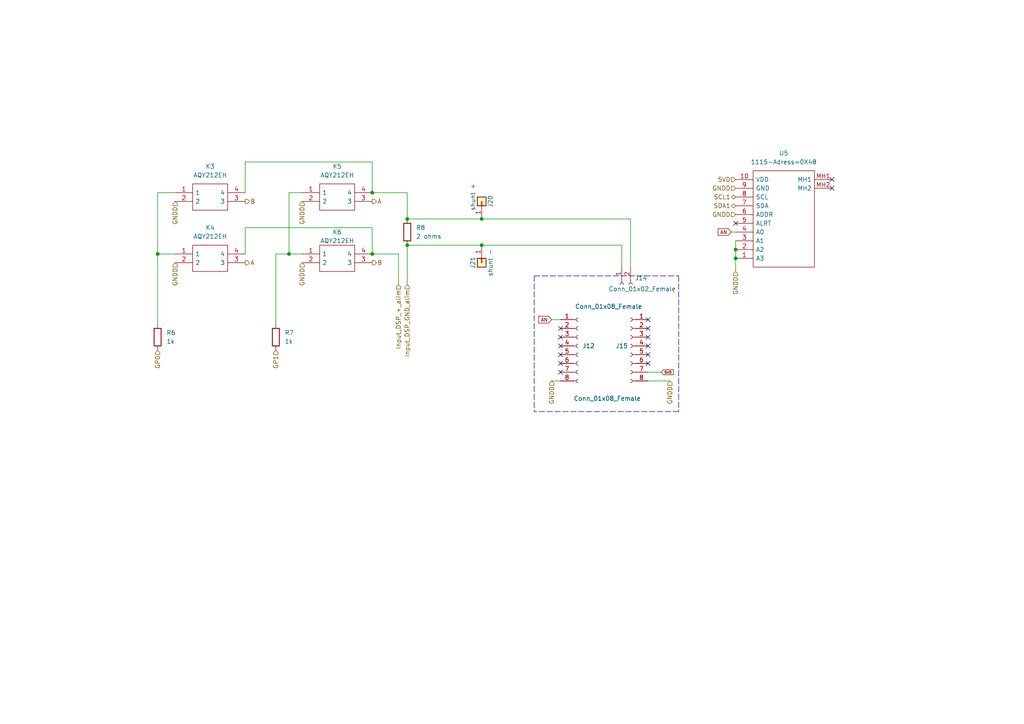
<source format=kicad_sch>
(kicad_sch (version 20211123) (generator eeschema)
  (paper "A4")
  (lib_symbols
    (symbol "1085_1" (pin_names (offset 0.762))
      (property "Reference" "IC" (at 24.13 7.62 0))
      (property "Value" "1085_1" (at 24.13 5.08 0))
      (symbol "1085_1_0_0"
        (pin passive line (at 0 -22.86 0) (length 5.08) (name "A3") (number "1"))
        (pin passive line (at 0 0 0) (length 5.08) (name "VDD") (number "10"))
        (pin passive line (at 0 -20.32 0) (length 5.08) (name "A2") (number "2"))
        (pin passive line (at 0 -17.78 0) (length 5.08) (name "A1") (number "3"))
        (pin passive line (at 0 -15.24 0) (length 5.08) (name "A0") (number "4"))
        (pin passive line (at 0 -12.7 0) (length 5.08) (name "ALRT") (number "5"))
        (pin passive line (at 0 -10.16 0) (length 5.08) (name "ADDR") (number "6"))
        (pin passive line (at 0 -7.62 0) (length 5.08) (name "SDA") (number "7"))
        (pin passive line (at 0 -5.08 0) (length 5.08) (name "SCL") (number "8"))
        (pin passive line (at 0 -2.54 0) (length 5.08) (name "GND") (number "9"))
        (pin passive line (at 27.94 0 180) (length 5.08) (name "MH1") (number "MH1"))
        (pin passive line (at 27.94 -2.54 180) (length 5.08) (name "MH2") (number "MH2"))
      )
      (symbol "1085_1_0_1"
        (polyline (pts (xy 5.08 2.54) (xy 22.86 2.54) (xy 22.86 -25.4) (xy 5.08 -25.4) (xy 5.08 2.54)) (stroke (width 0.1524)))
      )
    )
    (symbol "AQY211EH:AQY211EH" (pin_names (offset 0.762))
      (property "Reference" "K" (at 16.51 7.62 0))
      (property "Value" "AQY211EH" (at 16.51 5.08 0))
      (symbol "AQY211EH_0_0"
        (pin passive line (at 0 0 0) (length 5.08) (name "1") (number "1"))
        (pin passive line (at 0 -2.54 0) (length 5.08) (name "2") (number "2"))
        (pin passive line (at 20.32 -2.54 180) (length 5.08) (name "3") (number "3"))
        (pin passive line (at 20.32 0 180) (length 5.08) (name "4") (number "4"))
      )
      (symbol "AQY211EH_0_1"
        (polyline (pts (xy 5.08 2.54) (xy 15.24 2.54) (xy 15.24 -5.08) (xy 5.08 -5.08) (xy 5.08 2.54)) (stroke (width 0.1524)))
      )
    )
    (symbol "Connector:Conn_01x02_Female" (pin_names (offset 1.016) hide)
      (property "Reference" "J" (at 0 2.54 0))
      (property "Value" "Conn_01x02_Female" (at 0 -5.08 0))
      (symbol "Conn_01x02_Female_1_1"
        (arc (start 0 -2.032) (mid -0.508 -2.54) (end 0 -3.048) (stroke (width 0.1524)))
        (polyline (pts (xy -1.27 -2.54) (xy -0.508 -2.54)) (stroke (width 0.1524)))
        (polyline (pts (xy -1.27 0) (xy -0.508 0)) (stroke (width 0.1524)))
        (arc (start 0 0.508) (mid -0.508 0) (end 0 -0.508) (stroke (width 0.1524)))
        (pin passive line (at -5.08 0 0) (length 3.81) (name "Pin_1") (number "1"))
        (pin passive line (at -5.08 -2.54 0) (length 3.81) (name "Pin_2") (number "2"))
      )
    )
    (symbol "Connector:Conn_01x08_Female" (pin_names (offset 1.016) hide)
      (property "Reference" "J" (at 0 10.16 0))
      (property "Value" "Conn_01x08_Female" (at 0 -12.7 0))
      (symbol "Conn_01x08_Female_1_1"
        (arc (start 0 -9.652) (mid -0.508 -10.16) (end 0 -10.668) (stroke (width 0.1524)))
        (arc (start 0 -7.112) (mid -0.508 -7.62) (end 0 -8.128) (stroke (width 0.1524)))
        (arc (start 0 -4.572) (mid -0.508 -5.08) (end 0 -5.588) (stroke (width 0.1524)))
        (arc (start 0 -2.032) (mid -0.508 -2.54) (end 0 -3.048) (stroke (width 0.1524)))
        (polyline (pts (xy -1.27 -10.16) (xy -0.508 -10.16)) (stroke (width 0.1524)))
        (polyline (pts (xy -1.27 -7.62) (xy -0.508 -7.62)) (stroke (width 0.1524)))
        (polyline (pts (xy -1.27 -5.08) (xy -0.508 -5.08)) (stroke (width 0.1524)))
        (polyline (pts (xy -1.27 -2.54) (xy -0.508 -2.54)) (stroke (width 0.1524)))
        (polyline (pts (xy -1.27 0) (xy -0.508 0)) (stroke (width 0.1524)))
        (polyline (pts (xy -1.27 2.54) (xy -0.508 2.54)) (stroke (width 0.1524)))
        (polyline (pts (xy -1.27 5.08) (xy -0.508 5.08)) (stroke (width 0.1524)))
        (polyline (pts (xy -1.27 7.62) (xy -0.508 7.62)) (stroke (width 0.1524)))
        (arc (start 0 0.508) (mid -0.508 0) (end 0 -0.508) (stroke (width 0.1524)))
        (arc (start 0 3.048) (mid -0.508 2.54) (end 0 2.032) (stroke (width 0.1524)))
        (arc (start 0 5.588) (mid -0.508 5.08) (end 0 4.572) (stroke (width 0.1524)))
        (arc (start 0 8.128) (mid -0.508 7.62) (end 0 7.112) (stroke (width 0.1524)))
        (pin passive line (at -5.08 7.62 0) (length 3.81) (name "Pin_1") (number "1"))
        (pin passive line (at -5.08 5.08 0) (length 3.81) (name "Pin_2") (number "2"))
        (pin passive line (at -5.08 2.54 0) (length 3.81) (name "Pin_3") (number "3"))
        (pin passive line (at -5.08 0 0) (length 3.81) (name "Pin_4") (number "4"))
        (pin passive line (at -5.08 -2.54 0) (length 3.81) (name "Pin_5") (number "5"))
        (pin passive line (at -5.08 -5.08 0) (length 3.81) (name "Pin_6") (number "6"))
        (pin passive line (at -5.08 -7.62 0) (length 3.81) (name "Pin_7") (number "7"))
        (pin passive line (at -5.08 -10.16 0) (length 3.81) (name "Pin_8") (number "8"))
      )
    )
    (symbol "Connector_Generic:Conn_01x01" (pin_names (offset 1.016) hide)
      (property "Reference" "J" (at 0 2.54 0))
      (property "Value" "Conn_01x01" (at 0 -2.54 0))
      (symbol "Conn_01x01_1_1"
        (rectangle (start -1.27 0.127) (end 0 -0.127) (stroke (width 0.1524)))
        (rectangle (start -1.27 1.27) (end 1.27 -1.27) (stroke (width 0.254)) (fill (type background)))
        (pin passive line (at -5.08 0 0) (length 3.81) (name "Pin_1") (number "1"))
      )
    )
    (symbol "Device:R" (pin_numbers hide) (pin_names (offset 0))
      (property "Reference" "R" (at 2.032 0 90))
      (property "Value" "R" (at 0 0 90))
      (symbol "R_0_1"
        (rectangle (start -1.016 -2.54) (end 1.016 2.54) (stroke (width 0.254)))
      )
      (symbol "R_1_1"
        (pin passive line (at 0 3.81 270) (length 1.27) (name "~") (number "1"))
        (pin passive line (at 0 -3.81 90) (length 1.27) (name "~") (number "2"))
      )
    )
  )
  (junction (at 83.82 73.66))
  (junction (at 213.36 74.93))
  (junction (at 118.11 63.5))
  (junction (at 118.11 71.12))
  (junction (at 107.95 73.66))
  (junction (at 107.95 55.88))
  (junction (at 45.72 73.66))
  (junction (at 139.7 63.5))
  (junction (at 213.36 72.39))
  (junction (at 139.7 71.12))
  (no_connect (at 213.36 64.77))
  (no_connect (at 241.3 54.61))
  (no_connect (at 187.96 92.71))
  (no_connect (at 162.56 95.25))
  (no_connect (at 241.3 52.07))
  (no_connect (at 187.96 95.25))
  (no_connect (at 162.56 105.41))
  (no_connect (at 162.56 107.95))
  (no_connect (at 187.96 105.41))
  (no_connect (at 187.96 102.87))
  (no_connect (at 187.96 97.79))
  (no_connect (at 162.56 100.33))
  (no_connect (at 187.96 100.33))
  (no_connect (at 162.56 102.87))
  (no_connect (at 162.56 97.79))
  (wire (pts (xy 118.11 71.12) (xy 118.11 82.55)))
  (wire (pts (xy 71.12 66.04) (xy 107.95 66.04)))
  (wire (pts (xy 139.7 63.5) (xy 118.11 63.5)))
  (wire (pts (xy 45.72 73.66) (xy 45.72 93.98)))
  (wire (pts (xy 212.09 67.31) (xy 213.36 67.31)))
  (polyline (pts (xy 196.85 119.38) (xy 154.94 119.38)))
  (wire (pts (xy 182.88 77.47) (xy 182.88 63.5)))
  (wire (pts (xy 187.96 110.49) (xy 194.31 110.49)))
  (wire (pts (xy 107.95 66.04) (xy 107.95 73.66)))
  (wire (pts (xy 50.8 55.88) (xy 45.72 55.88)))
  (wire (pts (xy 118.11 55.88) (xy 118.11 63.5)))
  (polyline (pts (xy 154.94 80.01) (xy 154.94 119.38)))
  (wire (pts (xy 45.72 55.88) (xy 45.72 73.66)))
  (wire (pts (xy 160.02 92.71) (xy 162.56 92.71)))
  (wire (pts (xy 83.82 73.66) (xy 87.63 73.66)))
  (wire (pts (xy 45.72 73.66) (xy 50.8 73.66)))
  (wire (pts (xy 107.95 55.88) (xy 118.11 55.88)))
  (polyline (pts (xy 154.94 80.01) (xy 196.85 80.01)))
  (wire (pts (xy 80.01 73.66) (xy 83.82 73.66)))
  (wire (pts (xy 71.12 46.99) (xy 71.12 55.88)))
  (wire (pts (xy 118.11 71.12) (xy 139.7 71.12)))
  (wire (pts (xy 160.02 110.49) (xy 162.56 110.49)))
  (wire (pts (xy 115.57 82.55) (xy 115.57 73.66)))
  (wire (pts (xy 80.01 73.66) (xy 80.01 93.98)))
  (wire (pts (xy 213.36 69.85) (xy 213.36 72.39)))
  (wire (pts (xy 180.34 71.12) (xy 180.34 77.47)))
  (wire (pts (xy 71.12 46.99) (xy 107.95 46.99)))
  (polyline (pts (xy 196.85 80.01) (xy 196.85 119.38)))
  (wire (pts (xy 87.63 55.88) (xy 83.82 55.88)))
  (wire (pts (xy 213.36 72.39) (xy 213.36 74.93)))
  (wire (pts (xy 107.95 46.99) (xy 107.95 55.88)))
  (wire (pts (xy 139.7 71.12) (xy 180.34 71.12)))
  (wire (pts (xy 115.57 73.66) (xy 107.95 73.66)))
  (wire (pts (xy 182.88 63.5) (xy 139.7 63.5)))
  (wire (pts (xy 71.12 73.66) (xy 71.12 66.04)))
  (wire (pts (xy 213.36 74.93) (xy 213.36 78.74)))
  (wire (pts (xy 83.82 55.88) (xy 83.82 73.66)))
  (wire (pts (xy 187.96 107.95) (xy 191.77 107.95)))
  (global_label "5VD" (shape input) (at 191.77 107.95 0) (effects (font (size 0.75 0.75))) (property "Intersheet References" "${INTERSHEET_REFS}" (effects hide)))
  (global_label "AN" (shape input) (at 212.09 67.31 180) (effects (font (size 1 1))) (property "Intersheet References" "${INTERSHEET_REFS}" (effects hide)))
  (global_label "AN" (shape input) (at 160.02 92.71 180) (effects (font (size 1 1))) (property "Intersheet References" "${INTERSHEET_REFS}" (effects hide)))
  (hierarchical_label "A" (shape output) (at 107.95 58.42 0))
  (hierarchical_label "GNDD" (shape input) (at 194.31 110.49 270))
  (hierarchical_label "GNDD" (shape input) (at 213.36 54.61 180))
  (hierarchical_label "B" (shape output) (at 107.95 76.2 0))
  (hierarchical_label "GNDD" (shape input) (at 160.02 110.49 270))
  (hierarchical_label "GNDD" (shape input) (at 87.63 76.2 270))
  (hierarchical_label "GP0" (shape input) (at 45.72 101.6 270))
  (hierarchical_label "GNDD" (shape input) (at 213.36 78.74 270))
  (hierarchical_label "GNDD" (shape input) (at 50.8 76.2 270))
  (hierarchical_label "GNDD" (shape input) (at 213.36 62.23 180))
  (hierarchical_label "A" (shape output) (at 71.12 76.2 0))
  (hierarchical_label "Input_DSP_+_alim" (shape input) (at 115.57 82.55 270))
  (hierarchical_label "GNDD" (shape input) (at 87.63 58.42 270))
  (hierarchical_label "GNDD" (shape input) (at 50.8 58.42 270))
  (hierarchical_label "Input_DSP_GND_alim" (shape input) (at 118.11 82.55 270))
  (hierarchical_label "5VD" (shape input) (at 213.36 52.07 180))
  (hierarchical_label "B" (shape output) (at 71.12 58.42 0))
  (hierarchical_label "SDA1" (shape bidirectional) (at 213.36 59.69 180))
  (hierarchical_label "SCL1" (shape bidirectional) (at 213.36 57.15 180))
  (hierarchical_label "GP1" (shape input) (at 80.01 101.6 270))
  (symbol (lib_id "AQY211EH:AQY211EH") (at 50.8 55.88 0) (unit 1)
    (property "Reference" "K3" (at 60.96 48.26 0))
    (property "Value" "AQY212EH" (at 60.96 50.8 0))
    (property "Footprint" "AQY211EH:DIP762W47P254L478H340Q4N" (effects hide))
    (property "Datasheet" "https://industrial.panasonic.com/ac/cdn/e/control/relay/photomos/catalog/semi_eng_ge1a_aqy21_e.pdf" (effects hide))
    (property "Description" "Relay" (effects hide))
    (property "Height" "3.4" (effects hide))
    (property "Manufacturer_Name" "Panasonic" (effects hide))
    (property "Manufacturer_Part_Number" "AQY211EH" (effects hide))
    (property "Mouser Part Number" "769-AQY211EH" (effects hide))
    (property "Mouser Price/Stock" "https://www.mouser.co.uk/ProductDetail/Panasonic-Industrial-Devices/AQY211EH?qs=wKtUvITRialGIU8hcM7DvQ%3D%3D" (effects hide))
    (property "Arrow Part Number" "AQY211EH" (effects hide))
    (property "Arrow Price/Stock" "https://www.arrow.com/en/products/aqy211eh/panasonic?region=nac" (effects hide))
  )
  (symbol (lib_id "AQY211EH:AQY211EH") (at 87.63 55.88 0) (unit 1)
    (property "Reference" "K5" (at 97.79 48.26 0))
    (property "Value" "AQY212EH" (at 97.79 50.8 0))
    (property "Footprint" "AQY211EH:DIP762W47P254L478H340Q4N" (effects hide))
    (property "Datasheet" "https://industrial.panasonic.com/ac/cdn/e/control/relay/photomos/catalog/semi_eng_ge1a_aqy21_e.pdf" (effects hide))
    (property "Description" "Relay" (effects hide))
    (property "Height" "3.4" (effects hide))
    (property "Manufacturer_Name" "Panasonic" (effects hide))
    (property "Manufacturer_Part_Number" "AQY211EH" (effects hide))
    (property "Mouser Part Number" "769-AQY211EH" (effects hide))
    (property "Mouser Price/Stock" "https://www.mouser.co.uk/ProductDetail/Panasonic-Industrial-Devices/AQY211EH?qs=wKtUvITRialGIU8hcM7DvQ%3D%3D" (effects hide))
    (property "Arrow Part Number" "AQY211EH" (effects hide))
    (property "Arrow Price/Stock" "https://www.arrow.com/en/products/aqy211eh/panasonic?region=nac" (effects hide))
  )
  (symbol (lib_id "AQY211EH:AQY211EH") (at 87.63 73.66 0) (unit 1)
    (property "Reference" "K6" (at 97.79 67.31 0))
    (property "Value" "AQY212EH" (at 97.79 69.85 0))
    (property "Footprint" "AQY211EH:DIP762W47P254L478H340Q4N" (effects hide))
    (property "Datasheet" "https://industrial.panasonic.com/ac/cdn/e/control/relay/photomos/catalog/semi_eng_ge1a_aqy21_e.pdf" (effects hide))
    (property "Description" "Relay" (effects hide))
    (property "Height" "3.4" (effects hide))
    (property "Manufacturer_Name" "Panasonic" (effects hide))
    (property "Manufacturer_Part_Number" "AQY211EH" (effects hide))
    (property "Mouser Part Number" "769-AQY211EH" (effects hide))
    (property "Mouser Price/Stock" "https://www.mouser.co.uk/ProductDetail/Panasonic-Industrial-Devices/AQY211EH?qs=wKtUvITRialGIU8hcM7DvQ%3D%3D" (effects hide))
    (property "Arrow Part Number" "AQY211EH" (effects hide))
    (property "Arrow Price/Stock" "https://www.arrow.com/en/products/aqy211eh/panasonic?region=nac" (effects hide))
  )
  (symbol (lib_id "Device:R") (at 80.01 97.79 0) (unit 1)
    (property "Reference" "R7" (at 82.55 96.5199 0) (effects (justify left)))
    (property "Value" "1k" (at 82.55 99.0599 0) (effects (justify left)))
    (property "Footprint" "Resistor_THT:R_Axial_DIN0207_L6.3mm_D2.5mm_P7.62mm_Horizontal" (effects hide))
  )
  (symbol (lib_id "Connector_Generic:Conn_01x01") (at 139.7 58.42 90) (unit 1)
    (property "Reference" "J20" (at 142.24 58.42 0))
    (property "Value" "shunt +" (at 137.16 57.15 0))
    (property "Footprint" "Connector_PinHeader_2.54mm:PinHeader_1x01_P2.54mm_Vertical" (effects hide))
  )
  (symbol (lib_name "1085_1") (lib_id "1085:1085") (at 213.36 52.07 0) (unit 1)
    (property "Reference" "U5" (at 227.33 44.45 0))
    (property "Value" "1115-Adress=0X48" (at 227.33 46.99 0))
    (property "Footprint" "1085:1085" (effects hide))
    (property "Datasheet" "https://cdn-shop.adafruit.com/datasheets/ads1115.pdf" (effects hide))
    (property "MANUFACTURER" "Adafruit" (effects hide))
    (property "MAXIMUM_PACKAGE_HEIGHT" "N/A" (effects hide))
    (property "PARTREV" "N/A" (effects hide))
    (property "STANDARD" "Manufacturer Recommendations" (effects hide))
    (property "Description" "Data Conversion IC Development Tools ADS1115 16-Bit ADC - 4 Channel with Programmable Gain Amplifier" (effects hide))
    (property "Height" "5" (effects hide))
    (property "Manufacturer_Name" "Adafruit" (effects hide))
    (property "Manufacturer_Part_Number" "1085" (effects hide))
    (property "Mouser Part Number" "485-1085" (effects hide))
    (property "Mouser Price/Stock" "https://www.mouser.co.uk/ProductDetail/Adafruit/1085?qs=GURawfaeGuCW8oufi8WauA%3D%3D" (effects hide))
    (property "Arrow Part Number" "1085" (effects hide))
    (property "Arrow Price/Stock" "https://www.arrow.com/en/products/1085/adafruit-industries?region=nac" (effects hide))
  )
  (symbol (lib_id "Connector:Conn_01x02_Female") (at 180.34 82.55 90) (mirror x) (unit 1)
    (property "Reference" "J14" (at 184.15 80.6449 90) (effects (justify right)))
    (property "Value" "Conn_01x02_Female" (at 176.53 83.82 90) (effects (justify right)))
    (property "Footprint" "Connector_PinHeader_2.54mm:PinHeader_1x02_P2.54mm_Vertical" (effects hide))
  )
  (symbol (lib_id "Connector_Generic:Conn_01x01") (at 139.7 76.2 270) (unit 1)
    (property "Reference" "J21" (at 137.16 76.2 0))
    (property "Value" "shunt -" (at 142.24 76.2 0))
    (property "Footprint" "Connector_PinHeader_2.54mm:PinHeader_1x01_P2.54mm_Vertical" (effects hide))
  )
  (symbol (lib_id "Connector:Conn_01x08_Female") (at 182.88 100.33 0) (mirror y) (unit 1)
    (property "Reference" "J15" (at 180.34 100.33 0))
    (property "Value" "Conn_01x08_Female" (at 176.53 88.9 0))
    (property "Footprint" "Connector_PinHeader_2.54mm:PinHeader_1x08_P2.54mm_Vertical" (effects hide))
  )
  (symbol (lib_id "AQY211EH:AQY211EH") (at 50.8 73.66 0) (unit 1)
    (property "Reference" "K4" (at 60.96 66.04 0))
    (property "Value" "AQY212EH" (at 60.96 68.58 0))
    (property "Footprint" "AQY211EH:DIP762W47P254L478H340Q4N" (effects hide))
    (property "Datasheet" "https://industrial.panasonic.com/ac/cdn/e/control/relay/photomos/catalog/semi_eng_ge1a_aqy21_e.pdf" (effects hide))
    (property "Description" "Relay" (effects hide))
    (property "Height" "3.4" (effects hide))
    (property "Manufacturer_Name" "Panasonic" (effects hide))
    (property "Manufacturer_Part_Number" "AQY211EH" (effects hide))
    (property "Mouser Part Number" "769-AQY211EH" (effects hide))
    (property "Mouser Price/Stock" "https://www.mouser.co.uk/ProductDetail/Panasonic-Industrial-Devices/AQY211EH?qs=wKtUvITRialGIU8hcM7DvQ%3D%3D" (effects hide))
    (property "Arrow Part Number" "AQY211EH" (effects hide))
    (property "Arrow Price/Stock" "https://www.arrow.com/en/products/aqy211eh/panasonic?region=nac" (effects hide))
  )
  (symbol (lib_id "Connector:Conn_01x08_Female") (at 167.64 100.33 0) (unit 1)
    (property "Reference" "J12" (at 168.91 100.33 0) (effects (justify left)))
    (property "Value" "Conn_01x08_Female" (at 166.37 115.57 0) (effects (justify left)))
    (property "Footprint" "Connector_PinHeader_2.54mm:PinHeader_1x08_P2.54mm_Vertical" (effects hide))
  )
  (symbol (lib_id "Device:R") (at 45.72 97.79 0) (unit 1)
    (property "Reference" "R6" (at 48.26 96.5199 0) (effects (justify left)))
    (property "Value" "1k" (at 48.26 99.0599 0) (effects (justify left)))
    (property "Footprint" "Resistor_THT:R_Axial_DIN0207_L6.3mm_D2.5mm_P7.62mm_Horizontal" (effects hide))
  )
  (symbol (lib_id "Device:R") (at 118.11 67.31 0) (unit 1)
    (property "Reference" "R8" (at 120.65 66.0399 0) (effects (justify left)))
    (property "Value" "2 ohms" (at 120.65 68.5799 0) (effects (justify left)))
    (property "Footprint" "Resistor_THT:R_Axial_DIN0414_L11.9mm_D4.5mm_P20.32mm_Horizontal" (effects hide))
  )
)
</source>
